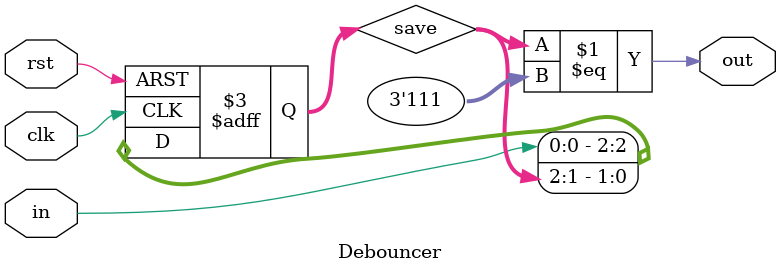
<source format=v>
`timescale 1ns / 1ps
module Debouncer(in, out, rst, clk);
input in, clk, rst;
output out;
reg [2:0]save;
assign out = (save == 3'b111);
always@(posedge clk or posedge rst) begin
if(rst) save <= 3'b000;
//else save <= {~in,save[2],save[1]};
else save <= {in,save[2],save[1]};
end
endmodule

</source>
